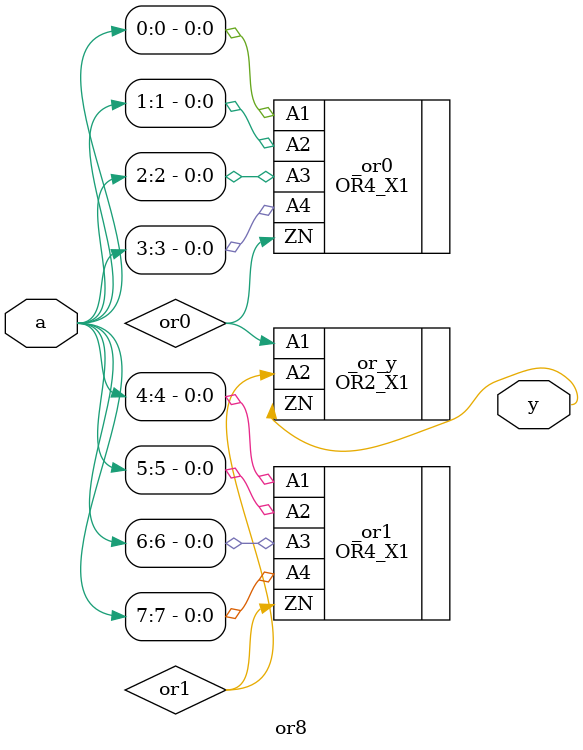
<source format=v>
`ifndef OR8_V
`define OR8_V

module or8 (
    input wire [7:0] a,
    output wire y
);
    wire or0;
    wire or1;

    OR4_X1 _or0(.A1(a[0]), .A2(a[1]), .A3(a[2]), .A4(a[3]), .ZN(or0));
    OR4_X1 _or1(.A1(a[4]), .A2(a[5]), .A3(a[6]), .A4(a[7]), .ZN(or1));

    OR2_X1 _or_y(.A1(or0), .A2(or1), .ZN(y));
endmodule

`endif

</source>
